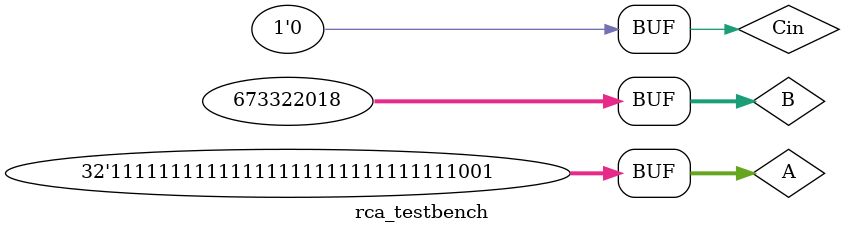
<source format=v>
module rca_testbench;
reg [31:0]A;
reg [31:0]B;
reg Cin;
wire [31:0]S,C;
rca Ishaan_dut(.sum(S),.cout(C),.a(A),.b(B),.cin(Cin));
initial
begin
A = 'b00000000000000000000000000000000; B = 'b001111111111111111111111111111; Cin=0; 
#10 A = 'b01010101010101010101010101010101; B = 'b111111111111111111111111111111; Cin=0;
#10 A = 'b10101010101010101011100010101101; B = 'b011011011011100011101010011001; Cin=0;
#10 A = 'b11111111111111111111111111111001; B = 'b101000001000100001010000100010; Cin=0;
end

endmodule
</source>
